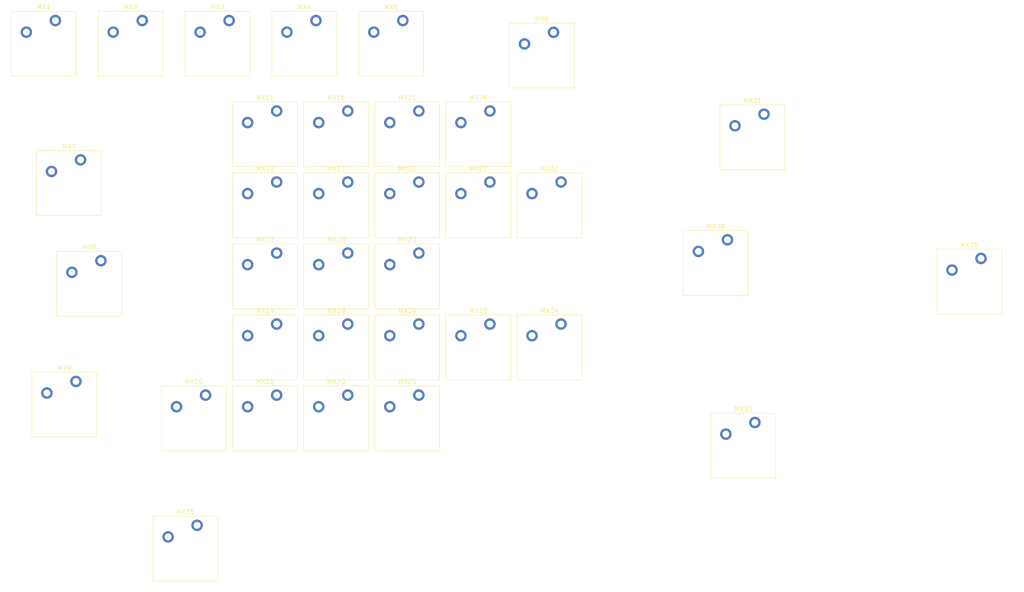
<source format=kicad_pcb>
(kicad_pcb (version 20241229) (generator "pcbnew") (generator_version "9.0")
  (layers (0 "F.Cu" signal) (2 "B.Cu" signal) (13 "F.Paste" user) (15 "B.Paste" user) (5 "F.SilkS" user "F.Silkscreen") (7 "B.SilkS" user "B.Silkscreen") (1 "F.Mask" user) (3 "B.Mask" user) (25 "Edge.Cuts" user))
  (net 0 "")
  (net 1 "Net-(D1-A)")
  (net 2 "/Col1")
  (net 3 "/Col2")
  (net 4 "Net-(D2-A)")
  (net 5 "/Col3")
  (net 6 "Net-(D3-A)")
  (net 7 "/Col4")
  (net 8 "Net-(D4-A)")
  (net 9 "Net-(D5-A)")
  (net 10 "/Col5")
  (net 11 "Net-(D6-A)")
  (net 12 "/Col6")
  (net 13 "/Col7")
  (net 14 "Net-(D7-A)")
  (net 15 "Net-(D8-A)")
  (net 16 "/Col8")
  (net 17 "Net-(D9-A)")
  (net 18 "/Col9")
  (net 19 "Net-(D10-A)")
  (net 20 "/Col10")
  (net 21 "Net-(D11-A)")
  (net 22 "Net-(D12-A)")
  (net 23 "Net-(D13-A)")
  (net 24 "Net-(D14-A)")
  (net 25 "Net-(D15-A)")
  (net 26 "Net-(D16-A)")
  (net 27 "Net-(D17-A)")
  (net 28 "Net-(D18-A)")
  (net 29 "Net-(D19-A)")
  (net 30 "Net-(D20-A)")
  (net 31 "Net-(D21-A)")
  (net 32 "Net-(D22-A)")
  (net 33 "Net-(D23-A)")
  (net 34 "Net-(D24-A)")
  (net 35 "Net-(D25-A)")
  (net 36 "Net-(D26-A)")
  (net 37 "Net-(D27-A)")
  (net 38 "Net-(D28-A)")
  (net 39 "Net-(D29-A)")
  (net 40 "Net-(D30-A)")
  (net 41 "Net-(D31-A)")
  (net 42 "Net-(D32-A)")
  (net 43 "Net-(D33-A)")
  (net 44 "Net-(D34-A)")
  (net 45 "Net-(D35-A)")
  (footprint "PCM_Switch_Keyboard_Cherry_MX:SW_Cherry_MX_Plate_1.00u" (layer "F.Cu") (at 122.55 59.35)
    (property "Reference" "MX27" (at 0 -8 0) (layer "F.SilkS"))
    (property "Value" "MX_SW_solder")
    (fp_line (start -7.1 -7.1) (end -7.1 7.1) (stroke (width 0.12)) (layer "F.SilkS"))
    (fp_line (start -7.1 7.1) (end 7.1 7.1) (stroke (width 0.12)) (layer "F.SilkS"))
    (fp_line (start 7.1 -7.1) (end -7.1 -7.1) (stroke (width 0.12)) (layer "F.SilkS"))
    (fp_line (start 7.1 7.1) (end 7.1 -7.1) (stroke (width 0.12)) (layer "F.SilkS"))
    (pad "" np_thru_hole circle (at 0 0) (size 4 4) (drill 4) (layers "*.Cu" "*.Mask"))
    (pad "1" thru_hole circle (at -3.81 -2.54) (size 2.5 2.5) (drill 1.5) (layers "*.Cu" "*.Mask") (net 13 "/Col7"))
    (pad "2" thru_hole circle (at 2.54 -5.08) (size 2.5 2.5) (drill 1.5) (layers "*.Cu" "*.Mask") (net 37 "Net-(D27-A)"))
  )
  (footprint "PCM_Switch_Keyboard_Cherry_MX:SW_Cherry_MX_Plate_1.00u" (layer "F.Cu") (at 122.55 90.45)
    (property "Reference" "MX29" (at 0 -8 0) (layer "F.SilkS"))
    (property "Value" "MX_SW_solder")
    (fp_line (start -7.1 -7.1) (end -7.1 7.1) (stroke (width 0.12)) (layer "F.SilkS"))
    (fp_line (start -7.1 7.1) (end 7.1 7.1) (stroke (width 0.12)) (layer "F.SilkS"))
    (fp_line (start 7.1 -7.1) (end -7.1 -7.1) (stroke (width 0.12)) (layer "F.SilkS"))
    (fp_line (start 7.1 7.1) (end 7.1 -7.1) (stroke (width 0.12)) (layer "F.SilkS"))
    (pad "" np_thru_hole circle (at 0 0) (size 4 4) (drill 4) (layers "*.Cu" "*.Mask"))
    (pad "1" thru_hole circle (at -3.81 -2.54) (size 2.5 2.5) (drill 1.5) (layers "*.Cu" "*.Mask") (net 18 "/Col9"))
    (pad "2" thru_hole circle (at 2.54 -5.08) (size 2.5 2.5) (drill 1.5) (layers "*.Cu" "*.Mask") (net 39 "Net-(D29-A)"))
  )
  (footprint "PCM_Switch_Keyboard_Cherry_MX:SW_Cherry_MX_Plate_1.00u" (layer "F.Cu") (at 46.5 24)
    (property "Reference" "MX2" (at 0 -8 0) (layer "F.SilkS"))
    (property "Value" "MX_SW_solder")
    (fp_line (start -7.1 -7.1) (end -7.1 7.1) (stroke (width 0.12)) (layer "F.SilkS"))
    (fp_line (start -7.1 7.1) (end 7.1 7.1) (stroke (width 0.12)) (layer "F.SilkS"))
    (fp_line (start 7.1 -7.1) (end -7.1 -7.1) (stroke (width 0.12)) (layer "F.SilkS"))
    (fp_line (start 7.1 7.1) (end 7.1 -7.1) (stroke (width 0.12)) (layer "F.SilkS"))
    (pad "" np_thru_hole circle (at 0 0) (size 4 4) (drill 4) (layers "*.Cu" "*.Mask"))
    (pad "1" thru_hole circle (at -3.81 -2.54) (size 2.5 2.5) (drill 1.5) (layers "*.Cu" "*.Mask") (net 3 "/Col2"))
    (pad "2" thru_hole circle (at 2.54 -5.08) (size 2.5 2.5) (drill 1.5) (layers "*.Cu" "*.Mask") (net 4 "Net-(D2-A)"))
  )
  (footprint "PCM_Switch_Keyboard_Cherry_MX:SW_Cherry_MX_Plate_1.00u" (layer "F.Cu") (at 122.55 43.8)
    (property "Reference" "MX26" (at 0 -8 0) (layer "F.SilkS"))
    (property "Value" "MX_SW_solder")
    (fp_line (start -7.1 -7.1) (end -7.1 7.1) (stroke (width 0.12)) (layer "F.SilkS"))
    (fp_line (start -7.1 7.1) (end 7.1 7.1) (stroke (width 0.12)) (layer "F.SilkS"))
    (fp_line (start 7.1 -7.1) (end -7.1 -7.1) (stroke (width 0.12)) (layer "F.SilkS"))
    (fp_line (start 7.1 7.1) (end 7.1 -7.1) (stroke (width 0.12)) (layer "F.SilkS"))
    (pad "" np_thru_hole circle (at 0 0) (size 4 4) (drill 4) (layers "*.Cu" "*.Mask"))
    (pad "1" thru_hole circle (at -3.81 -2.54) (size 2.5 2.5) (drill 1.5) (layers "*.Cu" "*.Mask") (net 12 "/Col6"))
    (pad "2" thru_hole circle (at 2.54 -5.08) (size 2.5 2.5) (drill 1.5) (layers "*.Cu" "*.Mask") (net 36 "Net-(D26-A)"))
  )
  (footprint "PCM_Switch_Keyboard_Cherry_MX:SW_Cherry_MX_Plate_1.00u" (layer "F.Cu") (at 84.5 24)
    (property "Reference" "MX4" (at 0 -8 0) (layer "F.SilkS"))
    (property "Value" "MX_SW_solder")
    (fp_line (start -7.1 -7.1) (end -7.1 7.1) (stroke (width 0.12)) (layer "F.SilkS"))
    (fp_line (start -7.1 7.1) (end 7.1 7.1) (stroke (width 0.12)) (layer "F.SilkS"))
    (fp_line (start 7.1 -7.1) (end -7.1 -7.1) (stroke (width 0.12)) (layer "F.SilkS"))
    (fp_line (start 7.1 7.1) (end 7.1 -7.1) (stroke (width 0.12)) (layer "F.SilkS"))
    (pad "" np_thru_hole circle (at 0 0) (size 4 4) (drill 4) (layers "*.Cu" "*.Mask"))
    (pad "1" thru_hole circle (at -3.81 -2.54) (size 2.5 2.5) (drill 1.5) (layers "*.Cu" "*.Mask") (net 7 "/Col4"))
    (pad "2" thru_hole circle (at 2.54 -5.08) (size 2.5 2.5) (drill 1.5) (layers "*.Cu" "*.Mask") (net 8 "Net-(D4-A)"))
  )
  (footprint "PCM_Switch_Keyboard_Cherry_MX:SW_Cherry_MX_Plate_1.00u" (layer "F.Cu") (at 136.46 26.58)
    (property "Reference" "MX6" (at 0 -8 0) (layer "F.SilkS"))
    (property "Value" "MX_SW_solder")
    (fp_line (start -7.1 -7.1) (end -7.1 7.1) (stroke (width 0.12)) (layer "F.SilkS"))
    (fp_line (start -7.1 7.1) (end 7.1 7.1) (stroke (width 0.12)) (layer "F.SilkS"))
    (fp_line (start 7.1 -7.1) (end -7.1 -7.1) (stroke (width 0.12)) (layer "F.SilkS"))
    (fp_line (start 7.1 7.1) (end 7.1 -7.1) (stroke (width 0.12)) (layer "F.SilkS"))
    (pad "" np_thru_hole circle (at 0 0) (size 4 4) (drill 4) (layers "*.Cu" "*.Mask"))
    (pad "1" thru_hole circle (at -3.81 -2.54) (size 2.5 2.5) (drill 1.5) (layers "*.Cu" "*.Mask") (net 12 "/Col6"))
    (pad "2" thru_hole circle (at 2.54 -5.08) (size 2.5 2.5) (drill 1.5) (layers "*.Cu" "*.Mask") (net 11 "Net-(D6-A)"))
  )
  (footprint "PCM_Switch_Keyboard_Cherry_MX:SW_Cherry_MX_Plate_1.00u" (layer "F.Cu") (at 107 90.45)
    (property "Reference" "MX24" (at 0 -8 0) (layer "F.SilkS"))
    (property "Value" "MX_SW_solder")
    (fp_line (start -7.1 -7.1) (end -7.1 7.1) (stroke (width 0.12)) (layer "F.SilkS"))
    (fp_line (start -7.1 7.1) (end 7.1 7.1) (stroke (width 0.12)) (layer "F.SilkS"))
    (fp_line (start 7.1 -7.1) (end -7.1 -7.1) (stroke (width 0.12)) (layer "F.SilkS"))
    (fp_line (start 7.1 7.1) (end 7.1 -7.1) (stroke (width 0.12)) (layer "F.SilkS"))
    (pad "" np_thru_hole circle (at 0 0) (size 4 4) (drill 4) (layers "*.Cu" "*.Mask"))
    (pad "1" thru_hole circle (at -3.81 -2.54) (size 2.5 2.5) (drill 1.5) (layers "*.Cu" "*.Mask") (net 7 "/Col4"))
    (pad "2" thru_hole circle (at 2.54 -5.08) (size 2.5 2.5) (drill 1.5) (layers "*.Cu" "*.Mask") (net 34 "Net-(D24-A)"))
  )
  (footprint "PCM_Switch_Keyboard_Cherry_MX:SW_Cherry_MX_Plate_1.25u" (layer "F.Cu") (at 58.5 134.5)
    (property "Reference" "MX35" (at 0 -8 0) (layer "F.SilkS"))
    (property "Value" "MX_SW_solder")
    (fp_line (start -7.1 -7.1) (end -7.1 7.1) (stroke (width 0.12)) (layer "F.SilkS"))
    (fp_line (start -7.1 7.1) (end 7.1 7.1) (stroke (width 0.12)) (layer "F.SilkS"))
    (fp_line (start 7.1 -7.1) (end -7.1 -7.1) (stroke (width 0.12)) (layer "F.SilkS"))
    (fp_line (start 7.1 7.1) (end 7.1 -7.1) (stroke (width 0.12)) (layer "F.SilkS"))
    (pad "" np_thru_hole circle (at 0 0) (size 4 4) (drill 4) (layers "*.Cu" "*.Mask"))
    (pad "1" thru_hole circle (at -3.81 -2.54) (size 2.5 2.5) (drill 1.5) (layers "*.Cu" "*.Mask") (net 10 "/Col5"))
    (pad "2" thru_hole circle (at 2.54 -5.08) (size 2.5 2.5) (drill 1.5) (layers "*.Cu" "*.Mask") (net 45 "Net-(D35-A)"))
  )
  (footprint "PCM_Switch_Keyboard_Cherry_MX:SW_Cherry_MX_Plate_1.00u" (layer "F.Cu") (at 91.45 74.9)
    (property "Reference" "MX18" (at 0 -8 0) (layer "F.SilkS"))
    (property "Value" "MX_SW_solder")
    (fp_line (start -7.1 -7.1) (end -7.1 7.1) (stroke (width 0.12)) (layer "F.SilkS"))
    (fp_line (start -7.1 7.1) (end 7.1 7.1) (stroke (width 0.12)) (layer "F.SilkS"))
    (fp_line (start 7.1 -7.1) (end -7.1 -7.1) (stroke (width 0.12)) (layer "F.SilkS"))
    (fp_line (start 7.1 7.1) (end 7.1 -7.1) (stroke (width 0.12)) (layer "F.SilkS"))
    (pad "" np_thru_hole circle (at 0 0) (size 4 4) (drill 4) (layers "*.Cu" "*.Mask"))
    (pad "1" thru_hole circle (at -3.81 -2.54) (size 2.5 2.5) (drill 1.5) (layers "*.Cu" "*.Mask") (net 16 "/Col8"))
    (pad "2" thru_hole circle (at 2.54 -5.08) (size 2.5 2.5) (drill 1.5) (layers "*.Cu" "*.Mask") (net 28 "Net-(D18-A)"))
  )
  (footprint "PCM_Switch_Keyboard_Cherry_MX:SW_Cherry_MX_Plate_1.00u" (layer "F.Cu") (at 174.5 72)
    (property "Reference" "MX28" (at 0 -8 0) (layer "F.SilkS"))
    (property "Value" "MX_SW_solder")
    (fp_line (start -7.1 -7.1) (end -7.1 7.1) (stroke (width 0.12)) (layer "F.SilkS"))
    (fp_line (start -7.1 7.1) (end 7.1 7.1) (stroke (width 0.12)) (layer "F.SilkS"))
    (fp_line (start 7.1 -7.1) (end -7.1 -7.1) (stroke (width 0.12)) (layer "F.SilkS"))
    (fp_line (start 7.1 7.1) (end 7.1 -7.1) (stroke (width 0.12)) (layer "F.SilkS"))
    (pad "" np_thru_hole circle (at 0 0) (size 4 4) (drill 4) (layers "*.Cu" "*.Mask"))
    (pad "1" thru_hole circle (at -3.81 -2.54) (size 2.5 2.5) (drill 1.5) (layers "*.Cu" "*.Mask") (net 16 "/Col8"))
    (pad "2" thru_hole circle (at 2.54 -5.08) (size 2.5 2.5) (drill 1.5) (layers "*.Cu" "*.Mask") (net 38 "Net-(D28-A)"))
  )
  (footprint "PCM_Switch_Keyboard_Cherry_MX:SW_Cherry_MX_Plate_1.00u" (layer "F.Cu") (at 27.5 24)
    (property "Reference" "MX1" (at 0 -8 0) (layer "F.SilkS"))
    (property "Value" "MX_SW_solder")
    (fp_line (start -7.1 -7.1) (end -7.1 7.1) (stroke (width 0.12)) (layer "F.SilkS"))
    (fp_line (start -7.1 7.1) (end 7.1 7.1) (stroke (width 0.12)) (layer "F.SilkS"))
    (fp_line (start 7.1 -7.1) (end -7.1 -7.1) (stroke (width 0.12)) (layer "F.SilkS"))
    (fp_line (start 7.1 7.1) (end 7.1 -7.1) (stroke (width 0.12)) (layer "F.SilkS"))
    (pad "" np_thru_hole circle (at 0 0) (size 4 4) (drill 4) (layers "*.Cu" "*.Mask"))
    (pad "1" thru_hole circle (at -3.81 -2.54) (size 2.5 2.5) (drill 1.5) (layers "*.Cu" "*.Mask") (net 2 "/Col1"))
    (pad "2" thru_hole circle (at 2.54 -5.08) (size 2.5 2.5) (drill 1.5) (layers "*.Cu" "*.Mask") (net 1 "Net-(D1-A)"))
  )
  (footprint "PCM_Switch_Keyboard_Cherry_MX:SW_Cherry_MX_Plate_1.00u" (layer "F.Cu") (at 75.9 43.8)
    (property "Reference" "MX11" (at 0 -8 0) (layer "F.SilkS"))
    (property "Value" "MX_SW_solder")
    (fp_line (start -7.1 -7.1) (end -7.1 7.1) (stroke (width 0.12)) (layer "F.SilkS"))
    (fp_line (start -7.1 7.1) (end 7.1 7.1) (stroke (width 0.12)) (layer "F.SilkS"))
    (fp_line (start 7.1 -7.1) (end -7.1 -7.1) (stroke (width 0.12)) (layer "F.SilkS"))
    (fp_line (start 7.1 7.1) (end 7.1 -7.1) (stroke (width 0.12)) (layer "F.SilkS"))
    (pad "" np_thru_hole circle (at 0 0) (size 4 4) (drill 4) (layers "*.Cu" "*.Mask"))
    (pad "1" thru_hole circle (at -3.81 -2.54) (size 2.5 2.5) (drill 1.5) (layers "*.Cu" "*.Mask") (net 2 "/Col1"))
    (pad "2" thru_hole circle (at 2.54 -5.08) (size 2.5 2.5) (drill 1.5) (layers "*.Cu" "*.Mask") (net 21 "Net-(D11-A)"))
  )
  (footprint "PCM_Switch_Keyboard_Cherry_MX:SW_Cherry_MX_Plate_1.00u" (layer "F.Cu") (at 75.9 106)
    (property "Reference" "MX15" (at 0 -8 0) (layer "F.SilkS"))
    (property "Value" "MX_SW_solder")
    (fp_line (start -7.1 -7.1) (end -7.1 7.1) (stroke (width 0.12)) (layer "F.SilkS"))
    (fp_line (start -7.1 7.1) (end 7.1 7.1) (stroke (width 0.12)) (layer "F.SilkS"))
    (fp_line (start 7.1 -7.1) (end -7.1 -7.1) (stroke (width 0.12)) (layer "F.SilkS"))
    (fp_line (start 7.1 7.1) (end 7.1 -7.1) (stroke (width 0.12)) (layer "F.SilkS"))
    (pad "" np_thru_hole circle (at 0 0) (size 4 4) (drill 4) (layers "*.Cu" "*.Mask"))
    (pad "1" thru_hole circle (at -3.81 -2.54) (size 2.5 2.5) (drill 1.5) (layers "*.Cu" "*.Mask") (net 10 "/Col5"))
    (pad "2" thru_hole circle (at 2.54 -5.08) (size 2.5 2.5) (drill 1.5) (layers "*.Cu" "*.Mask") (net 25 "Net-(D15-A)"))
  )
  (footprint "PCM_Switch_Keyboard_Cherry_MX:SW_Cherry_MX_Plate_1.00u" (layer "F.Cu") (at 65.5 24)
    (property "Reference" "MX3" (at 0 -8 0) (layer "F.SilkS"))
    (property "Value" "MX_SW_solder")
    (fp_line (start -7.1 -7.1) (end -7.1 7.1) (stroke (width 0.12)) (layer "F.SilkS"))
    (fp_line (start -7.1 7.1) (end 7.1 7.1) (stroke (width 0.12)) (layer "F.SilkS"))
    (fp_line (start 7.1 -7.1) (end -7.1 -7.1) (stroke (width 0.12)) (layer "F.SilkS"))
    (fp_line (start 7.1 7.1) (end 7.1 -7.1) (stroke (width 0.12)) (layer "F.SilkS"))
    (pad "" np_thru_hole circle (at 0 0) (size 4 4) (drill 4) (layers "*.Cu" "*.Mask"))
    (pad "1" thru_hole circle (at -3.81 -2.54) (size 2.5 2.5) (drill 1.5) (layers "*.Cu" "*.Mask") (net 5 "/Col3"))
    (pad "2" thru_hole circle (at 2.54 -5.08) (size 2.5 2.5) (drill 1.5) (layers "*.Cu" "*.Mask") (net 6 "Net-(D3-A)"))
  )
  (footprint "PCM_Switch_Keyboard_Cherry_MX:SW_Cherry_MX_Plate_1.00u" (layer "F.Cu") (at 32 103)
    (property "Reference" "MX9" (at 0 -8 0) (layer "F.SilkS"))
    (property "Value" "MX_SW_solder")
    (fp_line (start -7.1 -7.1) (end -7.1 7.1) (stroke (width 0.12)) (layer "F.SilkS"))
    (fp_line (start -7.1 7.1) (end 7.1 7.1) (stroke (width 0.12)) (layer "F.SilkS"))
    (fp_line (start 7.1 -7.1) (end -7.1 -7.1) (stroke (width 0.12)) (layer "F.SilkS"))
    (fp_line (start 7.1 7.1) (end 7.1 -7.1) (stroke (width 0.12)) (layer "F.SilkS"))
    (pad "" np_thru_hole circle (at 0 0) (size 4 4) (drill 4) (layers "*.Cu" "*.Mask"))
    (pad "1" thru_hole circle (at -3.81 -2.54) (size 2.5 2.5) (drill 1.5) (layers "*.Cu" "*.Mask") (net 18 "/Col9"))
    (pad "2" thru_hole circle (at 2.54 -5.08) (size 2.5 2.5) (drill 1.5) (layers "*.Cu" "*.Mask") (net 17 "Net-(D9-A)"))
  )
  (footprint "PCM_Switch_Keyboard_Cherry_MX:SW_Cherry_MX_Plate_1.50u" (layer "F.Cu") (at 91.45 106)
    (property "Reference" "MX20" (at 0 -8 0) (layer "F.SilkS"))
    (property "Value" "MX_SW_solder")
    (fp_line (start -7.1 -7.1) (end -7.1 7.1) (stroke (width 0.12)) (layer "F.SilkS"))
    (fp_line (start -7.1 7.1) (end 7.1 7.1) (stroke (width 0.12)) (layer "F.SilkS"))
    (fp_line (start 7.1 -7.1) (end -7.1 -7.1) (stroke (width 0.12)) (layer "F.SilkS"))
    (fp_line (start 7.1 7.1) (end 7.1 -7.1) (stroke (width 0.12)) (layer "F.SilkS"))
    (pad "" np_thru_hole circle (at 0 0) (size 4 4) (drill 4) (layers "*.Cu" "*.Mask"))
    (pad "1" thru_hole circle (at -3.81 -2.54) (size 2.5 2.5) (drill 1.5) (layers "*.Cu" "*.Mask") (net 20 "/Col10"))
    (pad "2" thru_hole circle (at 2.54 -5.08) (size 2.5 2.5) (drill 1.5) (layers "*.Cu" "*.Mask") (net 30 "Net-(D20-A)"))
  )
  (footprint "PCM_Switch_Keyboard_Cherry_MX:SW_Cherry_MX_Plate_1.00u" (layer "F.Cu") (at 75.9 74.9)
    (property "Reference" "MX13" (at 0 -8 0) (layer "F.SilkS"))
    (property "Value" "MX_SW_solder")
    (fp_line (start -7.1 -7.1) (end -7.1 7.1) (stroke (width 0.12)) (layer "F.SilkS"))
    (fp_line (start -7.1 7.1) (end 7.1 7.1) (stroke (width 0.12)) (layer "F.SilkS"))
    (fp_line (start 7.1 -7.1) (end -7.1 -7.1) (stroke (width 0.12)) (layer "F.SilkS"))
    (fp_line (start 7.1 7.1) (end 7.1 -7.1) (stroke (width 0.12)) (layer "F.SilkS"))
    (pad "" np_thru_hole circle (at 0 0) (size 4 4) (drill 4) (layers "*.Cu" "*.Mask"))
    (pad "1" thru_hole circle (at -3.81 -2.54) (size 2.5 2.5) (drill 1.5) (layers "*.Cu" "*.Mask") (net 5 "/Col3"))
    (pad "2" thru_hole circle (at 2.54 -5.08) (size 2.5 2.5) (drill 1.5) (layers "*.Cu" "*.Mask") (net 23 "Net-(D13-A)"))
  )
  (footprint "PCM_Switch_Keyboard_Cherry_MX:SW_Cherry_MX_Plate_1.25u" (layer "F.Cu") (at 107 43.8)
    (property "Reference" "MX21" (at 0 -8 0) (layer "F.SilkS"))
    (property "Value" "MX_SW_solder")
    (fp_line (start -7.1 -7.1) (end -7.1 7.1) (stroke (width 0.12)) (layer "F.SilkS"))
    (fp_line (start -7.1 7.1) (end 7.1 7.1) (stroke (width 0.12)) (layer "F.SilkS"))
    (fp_line (start 7.1 -7.1) (end -7.1 -7.1) (stroke (width 0.12)) (layer "F.SilkS"))
    (fp_line (start 7.1 7.1) (end 7.1 -7.1) (stroke (width 0.12)) (layer "F.SilkS"))
    (pad "" np_thru_hole circle (at 0 0) (size 4 4) (drill 4) (layers "*.Cu" "*.Mask"))
    (pad "1" thru_hole circle (at -3.81 -2.54) (size 2.5 2.5) (drill 1.5) (layers "*.Cu" "*.Mask") (net 2 "/Col1"))
    (pad "2" thru_hole circle (at 2.54 -5.08) (size 2.5 2.5) (drill 1.5) (layers "*.Cu" "*.Mask") (net 31 "Net-(D21-A)"))
  )
  (footprint "PCM_Switch_Keyboard_Cherry_MX:SW_Cherry_MX_Plate_2.75u" (layer "F.Cu") (at 180.5 112)
    (property "Reference" "MX33" (at 0 -8 0) (layer "F.SilkS"))
    (property "Value" "MX_SW_solder")
    (fp_line (start -7.1 -7.1) (end -7.1 7.1) (stroke (width 0.12)) (layer "F.SilkS"))
    (fp_line (start -7.1 7.1) (end 7.1 7.1) (stroke (width 0.12)) (layer "F.SilkS"))
    (fp_line (start 7.1 -7.1) (end -7.1 -7.1) (stroke (width 0.12)) (layer "F.SilkS"))
    (fp_line (start 7.1 7.1) (end 7.1 -7.1) (stroke (width 0.12)) (layer "F.SilkS"))
    (pad "" np_thru_hole circle (at 0 0) (size 4 4) (drill 4) (layers "*.Cu" "*.Mask"))
    (pad "1" thru_hole circle (at -3.81 -2.54) (size 2.5 2.5) (drill 1.5) (layers "*.Cu" "*.Mask") (net 5 "/Col3"))
    (pad "2" thru_hole circle (at 2.54 -5.08) (size 2.5 2.5) (drill 1.5) (layers "*.Cu" "*.Mask") (net 43 "Net-(D33-A)"))
  )
  (footprint "PCM_Switch_Keyboard_Cherry_MX:SW_Cherry_MX_Plate_1.75u" (layer "F.Cu") (at 60.35 106)
    (property "Reference" "MX10" (at 0 -8 0) (layer "F.SilkS"))
    (property "Value" "MX_SW_solder")
    (fp_line (start -7.1 -7.1) (end -7.1 7.1) (stroke (width 0.12)) (layer "F.SilkS"))
    (fp_line (start -7.1 7.1) (end 7.1 7.1) (stroke (width 0.12)) (layer "F.SilkS"))
    (fp_line (start 7.1 -7.1) (end -7.1 -7.1) (stroke (width 0.12)) (layer "F.SilkS"))
    (fp_line (start 7.1 7.1) (end 7.1 -7.1) (stroke (width 0.12)) (layer "F.SilkS"))
    (pad "" np_thru_hole circle (at 0 0) (size 4 4) (drill 4) (layers "*.Cu" "*.Mask"))
    (pad "1" thru_hole circle (at -3.81 -2.54) (size 2.5 2.5) (drill 1.5) (layers "*.Cu" "*.Mask") (net 20 "/Col10"))
    (pad "2" thru_hole circle (at 2.54 -5.08) (size 2.5 2.5) (drill 1.5) (layers "*.Cu" "*.Mask") (net 19 "Net-(D10-A)"))
  )
  (footprint "PCM_Switch_Keyboard_Cherry_MX:SW_Cherry_MX_Plate_1.00u" (layer "F.Cu") (at 33 54.5)
    (property "Reference" "MX7" (at 0 -8 0) (layer "F.SilkS"))
    (property "Value" "MX_SW_solder")
    (fp_line (start -7.1 -7.1) (end -7.1 7.1) (stroke (width 0.12)) (layer "F.SilkS"))
    (fp_line (start -7.1 7.1) (end 7.1 7.1) (stroke (width 0.12)) (layer "F.SilkS"))
    (fp_line (start 7.1 -7.1) (end -7.1 -7.1) (stroke (width 0.12)) (layer "F.SilkS"))
    (fp_line (start 7.1 7.1) (end 7.1 -7.1) (stroke (width 0.12)) (layer "F.SilkS"))
    (pad "" np_thru_hole circle (at 0 0) (size 4 4) (drill 4) (layers "*.Cu" "*.Mask"))
    (pad "1" thru_hole circle (at -3.81 -2.54) (size 2.5 2.5) (drill 1.5) (layers "*.Cu" "*.Mask") (net 13 "/Col7"))
    (pad "2" thru_hole circle (at 2.54 -5.08) (size 2.5 2.5) (drill 1.5) (layers "*.Cu" "*.Mask") (net 14 "Net-(D7-A)"))
  )
  (footprint "PCM_Switch_Keyboard_Cherry_MX:SW_Cherry_MX_Plate_1.00u" (layer "F.Cu") (at 37.46 76.58)
    (property "Reference" "MX8" (at 0 -8 0) (layer "F.SilkS"))
    (property "Value" "MX_SW_solder")
    (fp_line (start -7.1 -7.1) (end -7.1 7.1) (stroke (width 0.12)) (layer "F.SilkS"))
    (fp_line (start -7.1 7.1) (end 7.1 7.1) (stroke (width 0.12)) (layer "F.SilkS"))
    (fp_line (start 7.1 -7.1) (end -7.1 -7.1) (stroke (width 0.12)) (layer "F.SilkS"))
    (fp_line (start 7.1 7.1) (end 7.1 -7.1) (stroke (width 0.12)) (layer "F.SilkS"))
    (pad "" np_thru_hole circle (at 0 0) (size 4 4) (drill 4) (layers "*.Cu" "*.Mask"))
    (pad "1" thru_hole circle (at -3.81 -2.54) (size 2.5 2.5) (drill 1.5) (layers "*.Cu" "*.Mask") (net 16 "/Col8"))
    (pad "2" thru_hole circle (at 2.54 -5.08) (size 2.5 2.5) (drill 1.5) (layers "*.Cu" "*.Mask") (net 15 "Net-(D8-A)"))
  )
  (footprint "PCM_Switch_Keyboard_Cherry_MX:SW_Cherry_MX_Plate_ISOEnter" (layer "F.Cu") (at 229.96 76.08)
    (property "Reference" "MX30" (at 0 -8 0) (layer "F.SilkS"))
    (property "Value" "MX_SW_solder")
    (fp_line (start -7.1 -7.1) (end -7.1 7.1) (stroke (width 0.12)) (layer "F.SilkS"))
    (fp_line (start -7.1 7.1) (end 7.1 7.1) (stroke (width 0.12)) (layer "F.SilkS"))
    (fp_line (start 7.1 -7.1) (end -7.1 -7.1) (stroke (width 0.12)) (layer "F.SilkS"))
    (fp_line (start 7.1 7.1) (end 7.1 -7.1) (stroke (width 0.12)) (layer "F.SilkS"))
    (pad "" np_thru_hole circle (at 0 0) (size 4 4) (drill 4) (layers "*.Cu" "*.Mask"))
    (pad "1" thru_hole circle (at -3.81 -2.54) (size 2.5 2.5) (drill 1.5) (layers "*.Cu" "*.Mask") (net 20 "/Col10"))
    (pad "2" thru_hole circle (at 2.54 -5.08) (size 2.5 2.5) (drill 1.5) (layers "*.Cu" "*.Mask") (net 40 "Net-(D30-A)"))
  )
  (footprint "PCM_Switch_Keyboard_Cherry_MX:SW_Cherry_MX_Plate_1.00u" (layer "F.Cu") (at 103.5 24)
    (property "Reference" "MX5" (at 0 -8 0) (layer "F.SilkS"))
    (property "Value" "MX_SW_solder")
    (fp_line (start -7.1 -7.1) (end -7.1 7.1) (stroke (width 0.12)) (layer "F.SilkS"))
    (fp_line (start -7.1 7.1) (end 7.1 7.1) (stroke (width 0.12)) (layer "F.SilkS"))
    (fp_line (start 7.1 -7.1) (end -7.1 -7.1) (stroke (width 0.12)) (layer "F.SilkS"))
    (fp_line (start 7.1 7.1) (end 7.1 -7.1) (stroke (width 0.12)) (layer "F.SilkS"))
    (pad "" np_thru_hole circle (at 0 0) (size 4 4) (drill 4) (layers "*.Cu" "*.Mask"))
    (pad "1" thru_hole circle (at -3.81 -2.54) (size 2.5 2.5) (drill 1.5) (layers "*.Cu" "*.Mask") (net 10 "/Col5"))
    (pad "2" thru_hole circle (at 2.54 -5.08) (size 2.5 2.5) (drill 1.5) (layers "*.Cu" "*.Mask") (net 9 "Net-(D5-A)"))
  )
  (footprint "PCM_Switch_Keyboard_Cherry_MX:SW_Cherry_MX_Plate_1.00u" (layer "F.Cu") (at 107 59.35)
    (property "Reference" "MX22" (at 0 -8 0) (layer "F.SilkS"))
    (property "Value" "MX_SW_solder")
    (fp_line (start -7.1 -7.1) (end -7.1 7.1) (stroke (width 0.12)) (layer "F.SilkS"))
    (fp_line (start -7.1 7.1) (end 7.1 7.1) (stroke (width 0.12)) (layer "F.SilkS"))
    (fp_line (start 7.1 -7.1) (end -7.1 -7.1) (stroke (width 0.12)) (layer "F.SilkS"))
    (fp_line (start 7.1 7.1) (end 7.1 -7.1) (stroke (width 0.12)) (layer "F.SilkS"))
    (pad "" np_thru_hole circle (at 0 0) (size 4 4) (drill 4) (layers "*.Cu" "*.Mask"))
    (pad "1" thru_hole circle (at -3.81 -2.54) (size 2.5 2.5) (drill 1.5) (layers "*.Cu" "*.Mask") (net 3 "/Col2"))
    (pad "2" thru_hole circle (at 2.54 -5.08) (size 2.5 2.5) (drill 1.5) (layers "*.Cu" "*.Mask") (net 32 "Net-(D22-A)"))
  )
  (footprint "PCM_Switch_Keyboard_Cherry_MX:SW_Cherry_MX_Plate_1.75u" (layer "F.Cu") (at 138.1 90.45)
    (property "Reference" "MX34" (at 0 -8 0) (layer "F.SilkS"))
    (property "Value" "MX_SW_solder")
    (fp_line (start -7.1 -7.1) (end -7.1 7.1) (stroke (width 0.12)) (layer "F.SilkS"))
    (fp_line (start -7.1 7.1) (end 7.1 7.1) (stroke (width 0.12)) (layer "F.SilkS"))
    (fp_line (start 7.1 -7.1) (end -7.1 -7.1) (stroke (width 0.12)) (layer "F.SilkS"))
    (fp_line (start 7.1 7.1) (end 7.1 -7.1) (stroke (width 0.12)) (layer "F.SilkS"))
    (pad "" np_thru_hole circle (at 0 0) (size 4 4) (drill 4) (layers "*.Cu" "*.Mask"))
    (pad "1" thru_hole circle (at -3.81 -2.54) (size 2.5 2.5) (drill 1.5) (layers "*.Cu" "*.Mask") (net 7 "/Col4"))
    (pad "2" thru_hole circle (at 2.54 -5.08) (size 2.5 2.5) (drill 1.5) (layers "*.Cu" "*.Mask") (net 44 "Net-(D34-A)"))
  )
  (footprint "PCM_Switch_Keyboard_Cherry_MX:SW_Cherry_MX_Plate_1.00u" (layer "F.Cu") (at 91.45 43.8)
    (property "Reference" "MX16" (at 0 -8 0) (layer "F.SilkS"))
    (property "Value" "MX_SW_solder")
    (fp_line (start -7.1 -7.1) (end -7.1 7.1) (stroke (width 0.12)) (layer "F.SilkS"))
    (fp_line (start -7.1 7.1) (end 7.1 7.1) (stroke (width 0.12)) (layer "F.SilkS"))
    (fp_line (start 7.1 -7.1) (end -7.1 -7.1) (stroke (width 0.12)) (layer "F.SilkS"))
    (fp_line (start 7.1 7.1) (end 7.1 -7.1) (stroke (width 0.12)) (layer "F.SilkS"))
    (pad "" np_thru_hole circle (at 0 0) (size 4 4) (drill 4) (layers "*.Cu" "*.Mask"))
    (pad "1" thru_hole circle (at -3.81 -2.54) (size 2.5 2.5) (drill 1.5) (layers "*.Cu" "*.Mask") (net 12 "/Col6"))
    (pad "2" thru_hole circle (at 2.54 -5.08) (size 2.5 2.5) (drill 1.5) (layers "*.Cu" "*.Mask") (net 26 "Net-(D16-A)"))
  )
  (footprint "PCM_Switch_Keyboard_Cherry_MX:SW_Cherry_MX_Plate_1.00u" (layer "F.Cu") (at 75.9 90.45)
    (property "Reference" "MX14" (at 0 -8 0) (layer "F.SilkS"))
    (property "Value" "MX_SW_solder")
    (fp_line (start -7.1 -7.1) (end -7.1 7.1) (stroke (width 0.12)) (layer "F.SilkS"))
    (fp_line (start -7.1 7.1) (end 7.1 7.1) (stroke (width 0.12)) (layer "F.SilkS"))
    (fp_line (start 7.1 -7.1) (end -7.1 -7.1) (stroke (width 0.12)) (layer "F.SilkS"))
    (fp_line (start 7.1 7.1) (end 7.1 -7.1) (stroke (width 0.12)) (layer "F.SilkS"))
    (pad "" np_thru_hole circle (at 0 0) (size 4 4) (drill 4) (layers "*.Cu" "*.Mask"))
    (pad "1" thru_hole circle (at -3.81 -2.54) (size 2.5 2.5) (drill 1.5) (layers "*.Cu" "*.Mask") (net 7 "/Col4"))
    (pad "2" thru_hole circle (at 2.54 -5.08) (size 2.5 2.5) (drill 1.5) (layers "*.Cu" "*.Mask") (net 24 "Net-(D14-A)"))
  )
  (footprint "PCM_Switch_Keyboard_Cherry_MX:SW_Cherry_MX_Plate_1.00u" (layer "F.Cu") (at 91.45 59.35)
    (property "Reference" "MX17" (at 0 -8 0) (layer "F.SilkS"))
    (property "Value" "MX_SW_solder")
    (fp_line (start -7.1 -7.1) (end -7.1 7.1) (stroke (width 0.12)) (layer "F.SilkS"))
    (fp_line (start -7.1 7.1) (end 7.1 7.1) (stroke (width 0.12)) (layer "F.SilkS"))
    (fp_line (start 7.1 -7.1) (end -7.1 -7.1) (stroke (width 0.12)) (layer "F.SilkS"))
    (fp_line (start 7.1 7.1) (end 7.1 -7.1) (stroke (width 0.12)) (layer "F.SilkS"))
    (pad "" np_thru_hole circle (at 0 0) (size 4 4) (drill 4) (layers "*.Cu" "*.Mask"))
    (pad "1" thru_hole circle (at -3.81 -2.54) (size 2.5 2.5) (drill 1.5) (layers "*.Cu" "*.Mask") (net 13 "/Col7"))
    (pad "2" thru_hole circle (at 2.54 -5.08) (size 2.5 2.5) (drill 1.5) (layers "*.Cu" "*.Mask") (net 27 "Net-(D17-A)"))
  )
  (footprint "PCM_Switch_Keyboard_Cherry_MX:SW_Cherry_MX_Plate_1.25u" (layer "F.Cu") (at 182.5 44.5)
    (property "Reference" "MX31" (at 0 -8 0) (layer "F.SilkS"))
    (property "Value" "MX_SW_solder")
    (fp_line (start -7.1 -7.1) (end -7.1 7.1) (stroke (width 0.12)) (layer "F.SilkS"))
    (fp_line (start -7.1 7.1) (end 7.1 7.1) (stroke (width 0.12)) (layer "F.SilkS"))
    (fp_line (start 7.1 -7.1) (end -7.1 -7.1) (stroke (width 0.12)) (layer "F.SilkS"))
    (fp_line (start 7.1 7.1) (end 7.1 -7.1) (stroke (width 0.12)) (layer "F.SilkS"))
    (pad "" np_thru_hole circle (at 0 0) (size 4 4) (drill 4) (layers "*.Cu" "*.Mask"))
    (pad "1" thru_hole circle (at -3.81 -2.54) (size 2.5 2.5) (drill 1.5) (layers "*.Cu" "*.Mask") (net 2 "/Col1"))
    (pad "2" thru_hole circle (at 2.54 -5.08) (size 2.5 2.5) (drill 1.5) (layers "*.Cu" "*.Mask") (net 41 "Net-(D31-A)"))
  )
  (footprint "PCM_Switch_Keyboard_Cherry_MX:SW_Cherry_MX_Plate_1.25u" (layer "F.Cu") (at 138.1 59.35)
    (property "Reference" "MX32" (at 0 -8 0) (layer "F.SilkS"))
    (property "Value" "MX_SW_solder")
    (fp_line (start -7.1 -7.1) (end -7.1 7.1) (stroke (width 0.12)) (layer "F.SilkS"))
    (fp_line (start -7.1 7.1) (end 7.1 7.1) (stroke (width 0.12)) (layer "F.SilkS"))
    (fp_line (start 7.1 -7.1) (end -7.1 -7.1) (stroke (width 0.12)) (layer "F.SilkS"))
    (fp_line (start 7.1 7.1) (end 7.1 -7.1) (stroke (width 0.12)) (layer "F.SilkS"))
    (pad "" np_thru_hole circle (at 0 0) (size 4 4) (drill 4) (layers "*.Cu" "*.Mask"))
    (pad "1" thru_hole circle (at -3.81 -2.54) (size 2.5 2.5) (drill 1.5) (layers "*.Cu" "*.Mask") (net 3 "/Col2"))
    (pad "2" thru_hole circle (at 2.54 -5.08) (size 2.5 2.5) (drill 1.5) (layers "*.Cu" "*.Mask") (net 42 "Net-(D32-A)"))
  )
  (footprint "PCM_Switch_Keyboard_Cherry_MX:SW_Cherry_MX_Plate_1.00u" (layer "F.Cu") (at 75.9 59.35)
    (property "Reference" "MX12" (at 0 -8 0) (layer "F.SilkS"))
    (property "Value" "MX_SW_solder")
    (fp_line (start -7.1 -7.1) (end -7.1 7.1) (stroke (width 0.12)) (layer "F.SilkS"))
    (fp_line (start -7.1 7.1) (end 7.1 7.1) (stroke (width 0.12)) (layer "F.SilkS"))
    (fp_line (start 7.1 -7.1) (end -7.1 -7.1) (stroke (width 0.12)) (layer "F.SilkS"))
    (fp_line (start 7.1 7.1) (end 7.1 -7.1) (stroke (width 0.12)) (layer "F.SilkS"))
    (pad "" np_thru_hole circle (at 0 0) (size 4 4) (drill 4) (layers "*.Cu" "*.Mask"))
    (pad "1" thru_hole circle (at -3.81 -2.54) (size 2.5 2.5) (drill 1.5) (layers "*.Cu" "*.Mask") (net 3 "/Col2"))
    (pad "2" thru_hole circle (at 2.54 -5.08) (size 2.5 2.5) (drill 1.5) (layers "*.Cu" "*.Mask") (net 22 "Net-(D12-A)"))
  )
  (footprint "PCM_Switch_Keyboard_Cherry_MX:SW_Cherry_MX_Plate_1.00u" (layer "F.Cu") (at 107 74.9)
    (property "Reference" "MX23" (at 0 -8 0) (layer "F.SilkS"))
    (property "Value" "MX_SW_solder")
    (fp_line (start -7.1 -7.1) (end -7.1 7.1) (stroke (width 0.12)) (layer "F.SilkS"))
    (fp_line (start -7.1 7.1) (end 7.1 7.1) (stroke (width 0.12)) (layer "F.SilkS"))
    (fp_line (start 7.1 -7.1) (end -7.1 -7.1) (stroke (width 0.12)) (layer "F.SilkS"))
    (fp_line (start 7.1 7.1) (end 7.1 -7.1) (stroke (width 0.12)) (layer "F.SilkS"))
    (pad "" np_thru_hole circle (at 0 0) (size 4 4) (drill 4) (layers "*.Cu" "*.Mask"))
    (pad "1" thru_hole circle (at -3.81 -2.54) (size 2.5 2.5) (drill 1.5) (layers "*.Cu" "*.Mask") (net 5 "/Col3"))
    (pad "2" thru_hole circle (at 2.54 -5.08) (size 2.5 2.5) (drill 1.5) (layers "*.Cu" "*.Mask") (net 33 "Net-(D23-A)"))
  )
  (footprint "PCM_Switch_Keyboard_Cherry_MX:SW_Cherry_MX_Plate_1.00u" (layer "F.Cu") (at 107 106)
    (property "Reference" "MX25" (at 0 -8 0) (layer "F.SilkS"))
    (property "Value" "MX_SW_solder")
    (fp_line (start -7.1 -7.1) (end -7.1 7.1) (stroke (width 0.12)) (layer "F.SilkS"))
    (fp_line (start -7.1 7.1) (end 7.1 7.1) (stroke (width 0.12)) (layer "F.SilkS"))
    (fp_line (start 7.1 -7.1) (end -7.1 -7.1) (stroke (width 0.12)) (layer "F.SilkS"))
    (fp_line (start 7.1 7.1) (end 7.1 -7.1) (stroke (width 0.12)) (layer "F.SilkS"))
    (pad "" np_thru_hole circle (at 0 0) (size 4 4) (drill 4) (layers "*.Cu" "*.Mask"))
    (pad "1" thru_hole circle (at -3.81 -2.54) (size 2.5 2.5) (drill 1.5) (layers "*.Cu" "*.Mask") (net 10 "/Col5"))
    (pad "2" thru_hole circle (at 2.54 -5.08) (size 2.5 2.5) (drill 1.5) (layers "*.Cu" "*.Mask") (net 35 "Net-(D25-A)"))
  )
  (footprint "PCM_Switch_Keyboard_Cherry_MX:SW_Cherry_MX_Plate_1.00u" (layer "F.Cu") (at 91.45 90.45)
    (property "Reference" "MX19" (at 0 -8 0) (layer "F.SilkS"))
    (property "Value" "MX_SW_solder")
    (fp_line (start -7.1 -7.1) (end -7.1 7.1) (stroke (width 0.12)) (layer "F.SilkS"))
    (fp_line (start -7.1 7.1) (end 7.1 7.1) (stroke (width 0.12)) (layer "F.SilkS"))
    (fp_line (start 7.1 -7.1) (end -7.1 -7.1) (stroke (width 0.12)) (layer "F.SilkS"))
    (fp_line (start 7.1 7.1) (end 7.1 -7.1) (stroke (width 0.12)) (layer "F.SilkS"))
    (pad "" np_thru_hole circle (at 0 0) (size 4 4) (drill 4) (layers "*.Cu" "*.Mask"))
    (pad "1" thru_hole circle (at -3.81 -2.54) (size 2.5 2.5) (drill 1.5) (layers "*.Cu" "*.Mask") (net 18 "/Col9"))
    (pad "2" thru_hole circle (at 2.54 -5.08) (size 2.5 2.5) (drill 1.5) (layers "*.Cu" "*.Mask") (net 29 "Net-(D19-A)"))
  )
)
</source>
